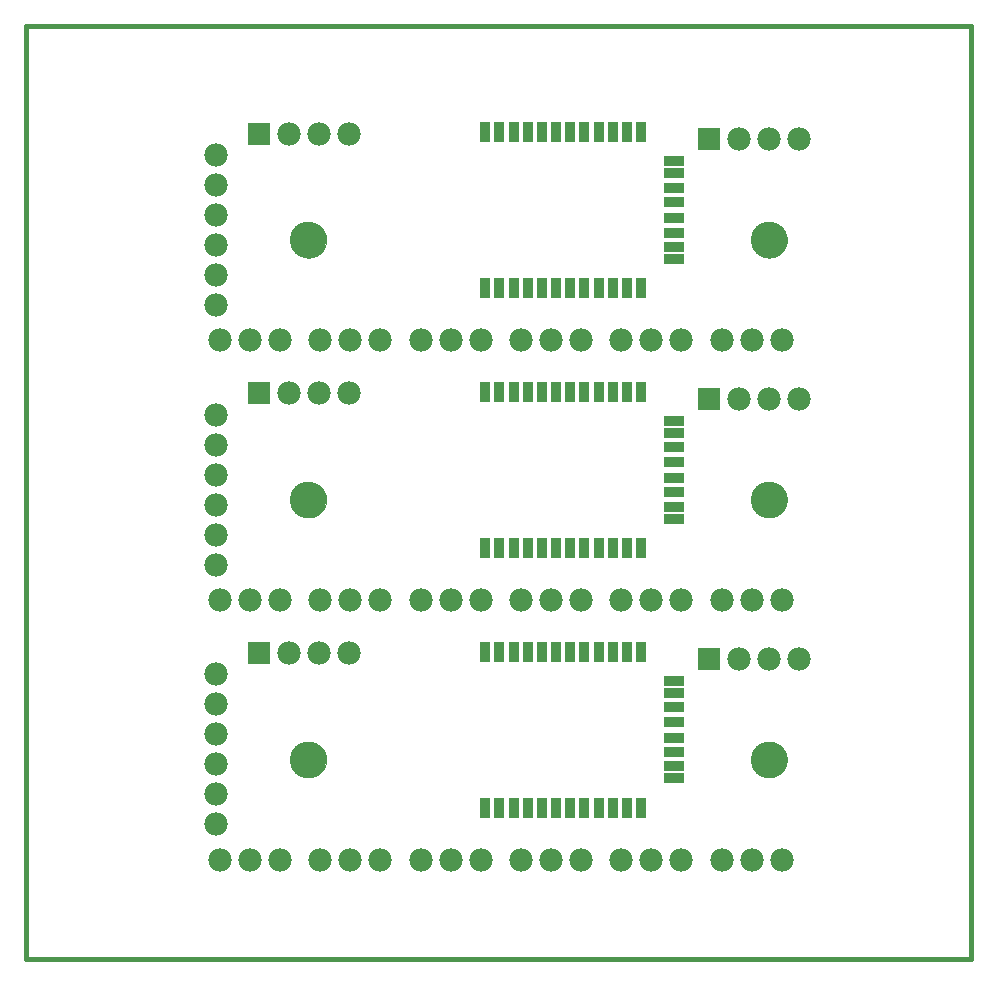
<source format=gbs>
G75*
%MOIN*%
%OFA0B0*%
%FSLAX25Y25*%
%IPPOS*%
%LPD*%
%AMOC8*
5,1,8,0,0,1.08239X$1,22.5*
%
%ADD10C,0.01600*%
%ADD11R,0.03550X0.06699*%
%ADD12R,0.06699X0.03550*%
%ADD13C,0.00000*%
%ADD14C,0.12211*%
%ADD15C,0.07800*%
%ADD16R,0.07800X0.07800*%
D10*
X0017567Y0009299D02*
X0332528Y0009299D01*
X0332528Y0320323D01*
X0017567Y0320323D01*
X0017567Y0009299D01*
D11*
X0170598Y0059772D03*
X0175323Y0059772D03*
X0180047Y0059772D03*
X0184772Y0059772D03*
X0189496Y0059772D03*
X0194220Y0059772D03*
X0198945Y0059772D03*
X0203669Y0059772D03*
X0208394Y0059772D03*
X0213118Y0059772D03*
X0217843Y0059772D03*
X0222567Y0059772D03*
X0222567Y0111740D03*
X0217843Y0111740D03*
X0213118Y0111740D03*
X0208394Y0111740D03*
X0203669Y0111740D03*
X0198945Y0111740D03*
X0194220Y0111740D03*
X0189496Y0111740D03*
X0184772Y0111740D03*
X0180047Y0111740D03*
X0175323Y0111740D03*
X0170598Y0111740D03*
X0170598Y0146386D03*
X0175323Y0146386D03*
X0180047Y0146386D03*
X0184772Y0146386D03*
X0189496Y0146386D03*
X0194220Y0146386D03*
X0198945Y0146386D03*
X0203669Y0146386D03*
X0208394Y0146386D03*
X0213118Y0146386D03*
X0217843Y0146386D03*
X0222567Y0146386D03*
X0222567Y0198354D03*
X0217843Y0198354D03*
X0213118Y0198354D03*
X0208394Y0198354D03*
X0203669Y0198354D03*
X0198945Y0198354D03*
X0194220Y0198354D03*
X0189496Y0198354D03*
X0184772Y0198354D03*
X0180047Y0198354D03*
X0175323Y0198354D03*
X0170598Y0198354D03*
X0170598Y0233000D03*
X0175323Y0233000D03*
X0180047Y0233000D03*
X0184772Y0233000D03*
X0189496Y0233000D03*
X0194220Y0233000D03*
X0198945Y0233000D03*
X0203669Y0233000D03*
X0208394Y0233000D03*
X0213118Y0233000D03*
X0217843Y0233000D03*
X0222567Y0233000D03*
X0222567Y0284969D03*
X0217843Y0284969D03*
X0213118Y0284969D03*
X0208394Y0284969D03*
X0203669Y0284969D03*
X0198945Y0284969D03*
X0194220Y0284969D03*
X0189496Y0284969D03*
X0184772Y0284969D03*
X0180047Y0284969D03*
X0175323Y0284969D03*
X0170598Y0284969D03*
D12*
X0233591Y0275213D03*
X0233591Y0271189D03*
X0233591Y0266465D03*
X0233591Y0261740D03*
X0233591Y0256228D03*
X0233591Y0251504D03*
X0233591Y0246780D03*
X0233591Y0242755D03*
X0233591Y0188599D03*
X0233591Y0184575D03*
X0233591Y0179850D03*
X0233591Y0175126D03*
X0233591Y0169614D03*
X0233591Y0164890D03*
X0233591Y0160165D03*
X0233591Y0156141D03*
X0233591Y0101985D03*
X0233591Y0097961D03*
X0233591Y0093236D03*
X0233591Y0088512D03*
X0233591Y0083000D03*
X0233591Y0078276D03*
X0233591Y0073551D03*
X0233591Y0069527D03*
D13*
X0259299Y0075835D02*
X0259301Y0075988D01*
X0259307Y0076142D01*
X0259317Y0076295D01*
X0259331Y0076447D01*
X0259349Y0076600D01*
X0259371Y0076751D01*
X0259396Y0076902D01*
X0259426Y0077053D01*
X0259460Y0077203D01*
X0259497Y0077351D01*
X0259538Y0077499D01*
X0259583Y0077645D01*
X0259632Y0077791D01*
X0259685Y0077935D01*
X0259741Y0078077D01*
X0259801Y0078218D01*
X0259865Y0078358D01*
X0259932Y0078496D01*
X0260003Y0078632D01*
X0260078Y0078766D01*
X0260155Y0078898D01*
X0260237Y0079028D01*
X0260321Y0079156D01*
X0260409Y0079282D01*
X0260500Y0079405D01*
X0260594Y0079526D01*
X0260692Y0079644D01*
X0260792Y0079760D01*
X0260896Y0079873D01*
X0261002Y0079984D01*
X0261111Y0080092D01*
X0261223Y0080197D01*
X0261337Y0080298D01*
X0261455Y0080397D01*
X0261574Y0080493D01*
X0261696Y0080586D01*
X0261821Y0080675D01*
X0261948Y0080762D01*
X0262077Y0080844D01*
X0262208Y0080924D01*
X0262341Y0081000D01*
X0262476Y0081073D01*
X0262613Y0081142D01*
X0262752Y0081207D01*
X0262892Y0081269D01*
X0263034Y0081327D01*
X0263177Y0081382D01*
X0263322Y0081433D01*
X0263468Y0081480D01*
X0263615Y0081523D01*
X0263763Y0081562D01*
X0263912Y0081598D01*
X0264062Y0081629D01*
X0264213Y0081657D01*
X0264364Y0081681D01*
X0264517Y0081701D01*
X0264669Y0081717D01*
X0264822Y0081729D01*
X0264975Y0081737D01*
X0265128Y0081741D01*
X0265282Y0081741D01*
X0265435Y0081737D01*
X0265588Y0081729D01*
X0265741Y0081717D01*
X0265893Y0081701D01*
X0266046Y0081681D01*
X0266197Y0081657D01*
X0266348Y0081629D01*
X0266498Y0081598D01*
X0266647Y0081562D01*
X0266795Y0081523D01*
X0266942Y0081480D01*
X0267088Y0081433D01*
X0267233Y0081382D01*
X0267376Y0081327D01*
X0267518Y0081269D01*
X0267658Y0081207D01*
X0267797Y0081142D01*
X0267934Y0081073D01*
X0268069Y0081000D01*
X0268202Y0080924D01*
X0268333Y0080844D01*
X0268462Y0080762D01*
X0268589Y0080675D01*
X0268714Y0080586D01*
X0268836Y0080493D01*
X0268955Y0080397D01*
X0269073Y0080298D01*
X0269187Y0080197D01*
X0269299Y0080092D01*
X0269408Y0079984D01*
X0269514Y0079873D01*
X0269618Y0079760D01*
X0269718Y0079644D01*
X0269816Y0079526D01*
X0269910Y0079405D01*
X0270001Y0079282D01*
X0270089Y0079156D01*
X0270173Y0079028D01*
X0270255Y0078898D01*
X0270332Y0078766D01*
X0270407Y0078632D01*
X0270478Y0078496D01*
X0270545Y0078358D01*
X0270609Y0078218D01*
X0270669Y0078077D01*
X0270725Y0077935D01*
X0270778Y0077791D01*
X0270827Y0077645D01*
X0270872Y0077499D01*
X0270913Y0077351D01*
X0270950Y0077203D01*
X0270984Y0077053D01*
X0271014Y0076902D01*
X0271039Y0076751D01*
X0271061Y0076600D01*
X0271079Y0076447D01*
X0271093Y0076295D01*
X0271103Y0076142D01*
X0271109Y0075988D01*
X0271111Y0075835D01*
X0271109Y0075682D01*
X0271103Y0075528D01*
X0271093Y0075375D01*
X0271079Y0075223D01*
X0271061Y0075070D01*
X0271039Y0074919D01*
X0271014Y0074768D01*
X0270984Y0074617D01*
X0270950Y0074467D01*
X0270913Y0074319D01*
X0270872Y0074171D01*
X0270827Y0074025D01*
X0270778Y0073879D01*
X0270725Y0073735D01*
X0270669Y0073593D01*
X0270609Y0073452D01*
X0270545Y0073312D01*
X0270478Y0073174D01*
X0270407Y0073038D01*
X0270332Y0072904D01*
X0270255Y0072772D01*
X0270173Y0072642D01*
X0270089Y0072514D01*
X0270001Y0072388D01*
X0269910Y0072265D01*
X0269816Y0072144D01*
X0269718Y0072026D01*
X0269618Y0071910D01*
X0269514Y0071797D01*
X0269408Y0071686D01*
X0269299Y0071578D01*
X0269187Y0071473D01*
X0269073Y0071372D01*
X0268955Y0071273D01*
X0268836Y0071177D01*
X0268714Y0071084D01*
X0268589Y0070995D01*
X0268462Y0070908D01*
X0268333Y0070826D01*
X0268202Y0070746D01*
X0268069Y0070670D01*
X0267934Y0070597D01*
X0267797Y0070528D01*
X0267658Y0070463D01*
X0267518Y0070401D01*
X0267376Y0070343D01*
X0267233Y0070288D01*
X0267088Y0070237D01*
X0266942Y0070190D01*
X0266795Y0070147D01*
X0266647Y0070108D01*
X0266498Y0070072D01*
X0266348Y0070041D01*
X0266197Y0070013D01*
X0266046Y0069989D01*
X0265893Y0069969D01*
X0265741Y0069953D01*
X0265588Y0069941D01*
X0265435Y0069933D01*
X0265282Y0069929D01*
X0265128Y0069929D01*
X0264975Y0069933D01*
X0264822Y0069941D01*
X0264669Y0069953D01*
X0264517Y0069969D01*
X0264364Y0069989D01*
X0264213Y0070013D01*
X0264062Y0070041D01*
X0263912Y0070072D01*
X0263763Y0070108D01*
X0263615Y0070147D01*
X0263468Y0070190D01*
X0263322Y0070237D01*
X0263177Y0070288D01*
X0263034Y0070343D01*
X0262892Y0070401D01*
X0262752Y0070463D01*
X0262613Y0070528D01*
X0262476Y0070597D01*
X0262341Y0070670D01*
X0262208Y0070746D01*
X0262077Y0070826D01*
X0261948Y0070908D01*
X0261821Y0070995D01*
X0261696Y0071084D01*
X0261574Y0071177D01*
X0261455Y0071273D01*
X0261337Y0071372D01*
X0261223Y0071473D01*
X0261111Y0071578D01*
X0261002Y0071686D01*
X0260896Y0071797D01*
X0260792Y0071910D01*
X0260692Y0072026D01*
X0260594Y0072144D01*
X0260500Y0072265D01*
X0260409Y0072388D01*
X0260321Y0072514D01*
X0260237Y0072642D01*
X0260155Y0072772D01*
X0260078Y0072904D01*
X0260003Y0073038D01*
X0259932Y0073174D01*
X0259865Y0073312D01*
X0259801Y0073452D01*
X0259741Y0073593D01*
X0259685Y0073735D01*
X0259632Y0073879D01*
X0259583Y0074025D01*
X0259538Y0074171D01*
X0259497Y0074319D01*
X0259460Y0074467D01*
X0259426Y0074617D01*
X0259396Y0074768D01*
X0259371Y0074919D01*
X0259349Y0075070D01*
X0259331Y0075223D01*
X0259317Y0075375D01*
X0259307Y0075528D01*
X0259301Y0075682D01*
X0259299Y0075835D01*
X0259299Y0162449D02*
X0259301Y0162602D01*
X0259307Y0162756D01*
X0259317Y0162909D01*
X0259331Y0163061D01*
X0259349Y0163214D01*
X0259371Y0163365D01*
X0259396Y0163516D01*
X0259426Y0163667D01*
X0259460Y0163817D01*
X0259497Y0163965D01*
X0259538Y0164113D01*
X0259583Y0164259D01*
X0259632Y0164405D01*
X0259685Y0164549D01*
X0259741Y0164691D01*
X0259801Y0164832D01*
X0259865Y0164972D01*
X0259932Y0165110D01*
X0260003Y0165246D01*
X0260078Y0165380D01*
X0260155Y0165512D01*
X0260237Y0165642D01*
X0260321Y0165770D01*
X0260409Y0165896D01*
X0260500Y0166019D01*
X0260594Y0166140D01*
X0260692Y0166258D01*
X0260792Y0166374D01*
X0260896Y0166487D01*
X0261002Y0166598D01*
X0261111Y0166706D01*
X0261223Y0166811D01*
X0261337Y0166912D01*
X0261455Y0167011D01*
X0261574Y0167107D01*
X0261696Y0167200D01*
X0261821Y0167289D01*
X0261948Y0167376D01*
X0262077Y0167458D01*
X0262208Y0167538D01*
X0262341Y0167614D01*
X0262476Y0167687D01*
X0262613Y0167756D01*
X0262752Y0167821D01*
X0262892Y0167883D01*
X0263034Y0167941D01*
X0263177Y0167996D01*
X0263322Y0168047D01*
X0263468Y0168094D01*
X0263615Y0168137D01*
X0263763Y0168176D01*
X0263912Y0168212D01*
X0264062Y0168243D01*
X0264213Y0168271D01*
X0264364Y0168295D01*
X0264517Y0168315D01*
X0264669Y0168331D01*
X0264822Y0168343D01*
X0264975Y0168351D01*
X0265128Y0168355D01*
X0265282Y0168355D01*
X0265435Y0168351D01*
X0265588Y0168343D01*
X0265741Y0168331D01*
X0265893Y0168315D01*
X0266046Y0168295D01*
X0266197Y0168271D01*
X0266348Y0168243D01*
X0266498Y0168212D01*
X0266647Y0168176D01*
X0266795Y0168137D01*
X0266942Y0168094D01*
X0267088Y0168047D01*
X0267233Y0167996D01*
X0267376Y0167941D01*
X0267518Y0167883D01*
X0267658Y0167821D01*
X0267797Y0167756D01*
X0267934Y0167687D01*
X0268069Y0167614D01*
X0268202Y0167538D01*
X0268333Y0167458D01*
X0268462Y0167376D01*
X0268589Y0167289D01*
X0268714Y0167200D01*
X0268836Y0167107D01*
X0268955Y0167011D01*
X0269073Y0166912D01*
X0269187Y0166811D01*
X0269299Y0166706D01*
X0269408Y0166598D01*
X0269514Y0166487D01*
X0269618Y0166374D01*
X0269718Y0166258D01*
X0269816Y0166140D01*
X0269910Y0166019D01*
X0270001Y0165896D01*
X0270089Y0165770D01*
X0270173Y0165642D01*
X0270255Y0165512D01*
X0270332Y0165380D01*
X0270407Y0165246D01*
X0270478Y0165110D01*
X0270545Y0164972D01*
X0270609Y0164832D01*
X0270669Y0164691D01*
X0270725Y0164549D01*
X0270778Y0164405D01*
X0270827Y0164259D01*
X0270872Y0164113D01*
X0270913Y0163965D01*
X0270950Y0163817D01*
X0270984Y0163667D01*
X0271014Y0163516D01*
X0271039Y0163365D01*
X0271061Y0163214D01*
X0271079Y0163061D01*
X0271093Y0162909D01*
X0271103Y0162756D01*
X0271109Y0162602D01*
X0271111Y0162449D01*
X0271109Y0162296D01*
X0271103Y0162142D01*
X0271093Y0161989D01*
X0271079Y0161837D01*
X0271061Y0161684D01*
X0271039Y0161533D01*
X0271014Y0161382D01*
X0270984Y0161231D01*
X0270950Y0161081D01*
X0270913Y0160933D01*
X0270872Y0160785D01*
X0270827Y0160639D01*
X0270778Y0160493D01*
X0270725Y0160349D01*
X0270669Y0160207D01*
X0270609Y0160066D01*
X0270545Y0159926D01*
X0270478Y0159788D01*
X0270407Y0159652D01*
X0270332Y0159518D01*
X0270255Y0159386D01*
X0270173Y0159256D01*
X0270089Y0159128D01*
X0270001Y0159002D01*
X0269910Y0158879D01*
X0269816Y0158758D01*
X0269718Y0158640D01*
X0269618Y0158524D01*
X0269514Y0158411D01*
X0269408Y0158300D01*
X0269299Y0158192D01*
X0269187Y0158087D01*
X0269073Y0157986D01*
X0268955Y0157887D01*
X0268836Y0157791D01*
X0268714Y0157698D01*
X0268589Y0157609D01*
X0268462Y0157522D01*
X0268333Y0157440D01*
X0268202Y0157360D01*
X0268069Y0157284D01*
X0267934Y0157211D01*
X0267797Y0157142D01*
X0267658Y0157077D01*
X0267518Y0157015D01*
X0267376Y0156957D01*
X0267233Y0156902D01*
X0267088Y0156851D01*
X0266942Y0156804D01*
X0266795Y0156761D01*
X0266647Y0156722D01*
X0266498Y0156686D01*
X0266348Y0156655D01*
X0266197Y0156627D01*
X0266046Y0156603D01*
X0265893Y0156583D01*
X0265741Y0156567D01*
X0265588Y0156555D01*
X0265435Y0156547D01*
X0265282Y0156543D01*
X0265128Y0156543D01*
X0264975Y0156547D01*
X0264822Y0156555D01*
X0264669Y0156567D01*
X0264517Y0156583D01*
X0264364Y0156603D01*
X0264213Y0156627D01*
X0264062Y0156655D01*
X0263912Y0156686D01*
X0263763Y0156722D01*
X0263615Y0156761D01*
X0263468Y0156804D01*
X0263322Y0156851D01*
X0263177Y0156902D01*
X0263034Y0156957D01*
X0262892Y0157015D01*
X0262752Y0157077D01*
X0262613Y0157142D01*
X0262476Y0157211D01*
X0262341Y0157284D01*
X0262208Y0157360D01*
X0262077Y0157440D01*
X0261948Y0157522D01*
X0261821Y0157609D01*
X0261696Y0157698D01*
X0261574Y0157791D01*
X0261455Y0157887D01*
X0261337Y0157986D01*
X0261223Y0158087D01*
X0261111Y0158192D01*
X0261002Y0158300D01*
X0260896Y0158411D01*
X0260792Y0158524D01*
X0260692Y0158640D01*
X0260594Y0158758D01*
X0260500Y0158879D01*
X0260409Y0159002D01*
X0260321Y0159128D01*
X0260237Y0159256D01*
X0260155Y0159386D01*
X0260078Y0159518D01*
X0260003Y0159652D01*
X0259932Y0159788D01*
X0259865Y0159926D01*
X0259801Y0160066D01*
X0259741Y0160207D01*
X0259685Y0160349D01*
X0259632Y0160493D01*
X0259583Y0160639D01*
X0259538Y0160785D01*
X0259497Y0160933D01*
X0259460Y0161081D01*
X0259426Y0161231D01*
X0259396Y0161382D01*
X0259371Y0161533D01*
X0259349Y0161684D01*
X0259331Y0161837D01*
X0259317Y0161989D01*
X0259307Y0162142D01*
X0259301Y0162296D01*
X0259299Y0162449D01*
X0259299Y0249063D02*
X0259301Y0249216D01*
X0259307Y0249370D01*
X0259317Y0249523D01*
X0259331Y0249675D01*
X0259349Y0249828D01*
X0259371Y0249979D01*
X0259396Y0250130D01*
X0259426Y0250281D01*
X0259460Y0250431D01*
X0259497Y0250579D01*
X0259538Y0250727D01*
X0259583Y0250873D01*
X0259632Y0251019D01*
X0259685Y0251163D01*
X0259741Y0251305D01*
X0259801Y0251446D01*
X0259865Y0251586D01*
X0259932Y0251724D01*
X0260003Y0251860D01*
X0260078Y0251994D01*
X0260155Y0252126D01*
X0260237Y0252256D01*
X0260321Y0252384D01*
X0260409Y0252510D01*
X0260500Y0252633D01*
X0260594Y0252754D01*
X0260692Y0252872D01*
X0260792Y0252988D01*
X0260896Y0253101D01*
X0261002Y0253212D01*
X0261111Y0253320D01*
X0261223Y0253425D01*
X0261337Y0253526D01*
X0261455Y0253625D01*
X0261574Y0253721D01*
X0261696Y0253814D01*
X0261821Y0253903D01*
X0261948Y0253990D01*
X0262077Y0254072D01*
X0262208Y0254152D01*
X0262341Y0254228D01*
X0262476Y0254301D01*
X0262613Y0254370D01*
X0262752Y0254435D01*
X0262892Y0254497D01*
X0263034Y0254555D01*
X0263177Y0254610D01*
X0263322Y0254661D01*
X0263468Y0254708D01*
X0263615Y0254751D01*
X0263763Y0254790D01*
X0263912Y0254826D01*
X0264062Y0254857D01*
X0264213Y0254885D01*
X0264364Y0254909D01*
X0264517Y0254929D01*
X0264669Y0254945D01*
X0264822Y0254957D01*
X0264975Y0254965D01*
X0265128Y0254969D01*
X0265282Y0254969D01*
X0265435Y0254965D01*
X0265588Y0254957D01*
X0265741Y0254945D01*
X0265893Y0254929D01*
X0266046Y0254909D01*
X0266197Y0254885D01*
X0266348Y0254857D01*
X0266498Y0254826D01*
X0266647Y0254790D01*
X0266795Y0254751D01*
X0266942Y0254708D01*
X0267088Y0254661D01*
X0267233Y0254610D01*
X0267376Y0254555D01*
X0267518Y0254497D01*
X0267658Y0254435D01*
X0267797Y0254370D01*
X0267934Y0254301D01*
X0268069Y0254228D01*
X0268202Y0254152D01*
X0268333Y0254072D01*
X0268462Y0253990D01*
X0268589Y0253903D01*
X0268714Y0253814D01*
X0268836Y0253721D01*
X0268955Y0253625D01*
X0269073Y0253526D01*
X0269187Y0253425D01*
X0269299Y0253320D01*
X0269408Y0253212D01*
X0269514Y0253101D01*
X0269618Y0252988D01*
X0269718Y0252872D01*
X0269816Y0252754D01*
X0269910Y0252633D01*
X0270001Y0252510D01*
X0270089Y0252384D01*
X0270173Y0252256D01*
X0270255Y0252126D01*
X0270332Y0251994D01*
X0270407Y0251860D01*
X0270478Y0251724D01*
X0270545Y0251586D01*
X0270609Y0251446D01*
X0270669Y0251305D01*
X0270725Y0251163D01*
X0270778Y0251019D01*
X0270827Y0250873D01*
X0270872Y0250727D01*
X0270913Y0250579D01*
X0270950Y0250431D01*
X0270984Y0250281D01*
X0271014Y0250130D01*
X0271039Y0249979D01*
X0271061Y0249828D01*
X0271079Y0249675D01*
X0271093Y0249523D01*
X0271103Y0249370D01*
X0271109Y0249216D01*
X0271111Y0249063D01*
X0271109Y0248910D01*
X0271103Y0248756D01*
X0271093Y0248603D01*
X0271079Y0248451D01*
X0271061Y0248298D01*
X0271039Y0248147D01*
X0271014Y0247996D01*
X0270984Y0247845D01*
X0270950Y0247695D01*
X0270913Y0247547D01*
X0270872Y0247399D01*
X0270827Y0247253D01*
X0270778Y0247107D01*
X0270725Y0246963D01*
X0270669Y0246821D01*
X0270609Y0246680D01*
X0270545Y0246540D01*
X0270478Y0246402D01*
X0270407Y0246266D01*
X0270332Y0246132D01*
X0270255Y0246000D01*
X0270173Y0245870D01*
X0270089Y0245742D01*
X0270001Y0245616D01*
X0269910Y0245493D01*
X0269816Y0245372D01*
X0269718Y0245254D01*
X0269618Y0245138D01*
X0269514Y0245025D01*
X0269408Y0244914D01*
X0269299Y0244806D01*
X0269187Y0244701D01*
X0269073Y0244600D01*
X0268955Y0244501D01*
X0268836Y0244405D01*
X0268714Y0244312D01*
X0268589Y0244223D01*
X0268462Y0244136D01*
X0268333Y0244054D01*
X0268202Y0243974D01*
X0268069Y0243898D01*
X0267934Y0243825D01*
X0267797Y0243756D01*
X0267658Y0243691D01*
X0267518Y0243629D01*
X0267376Y0243571D01*
X0267233Y0243516D01*
X0267088Y0243465D01*
X0266942Y0243418D01*
X0266795Y0243375D01*
X0266647Y0243336D01*
X0266498Y0243300D01*
X0266348Y0243269D01*
X0266197Y0243241D01*
X0266046Y0243217D01*
X0265893Y0243197D01*
X0265741Y0243181D01*
X0265588Y0243169D01*
X0265435Y0243161D01*
X0265282Y0243157D01*
X0265128Y0243157D01*
X0264975Y0243161D01*
X0264822Y0243169D01*
X0264669Y0243181D01*
X0264517Y0243197D01*
X0264364Y0243217D01*
X0264213Y0243241D01*
X0264062Y0243269D01*
X0263912Y0243300D01*
X0263763Y0243336D01*
X0263615Y0243375D01*
X0263468Y0243418D01*
X0263322Y0243465D01*
X0263177Y0243516D01*
X0263034Y0243571D01*
X0262892Y0243629D01*
X0262752Y0243691D01*
X0262613Y0243756D01*
X0262476Y0243825D01*
X0262341Y0243898D01*
X0262208Y0243974D01*
X0262077Y0244054D01*
X0261948Y0244136D01*
X0261821Y0244223D01*
X0261696Y0244312D01*
X0261574Y0244405D01*
X0261455Y0244501D01*
X0261337Y0244600D01*
X0261223Y0244701D01*
X0261111Y0244806D01*
X0261002Y0244914D01*
X0260896Y0245025D01*
X0260792Y0245138D01*
X0260692Y0245254D01*
X0260594Y0245372D01*
X0260500Y0245493D01*
X0260409Y0245616D01*
X0260321Y0245742D01*
X0260237Y0245870D01*
X0260155Y0246000D01*
X0260078Y0246132D01*
X0260003Y0246266D01*
X0259932Y0246402D01*
X0259865Y0246540D01*
X0259801Y0246680D01*
X0259741Y0246821D01*
X0259685Y0246963D01*
X0259632Y0247107D01*
X0259583Y0247253D01*
X0259538Y0247399D01*
X0259497Y0247547D01*
X0259460Y0247695D01*
X0259426Y0247845D01*
X0259396Y0247996D01*
X0259371Y0248147D01*
X0259349Y0248298D01*
X0259331Y0248451D01*
X0259317Y0248603D01*
X0259307Y0248756D01*
X0259301Y0248910D01*
X0259299Y0249063D01*
X0105755Y0249063D02*
X0105757Y0249216D01*
X0105763Y0249370D01*
X0105773Y0249523D01*
X0105787Y0249675D01*
X0105805Y0249828D01*
X0105827Y0249979D01*
X0105852Y0250130D01*
X0105882Y0250281D01*
X0105916Y0250431D01*
X0105953Y0250579D01*
X0105994Y0250727D01*
X0106039Y0250873D01*
X0106088Y0251019D01*
X0106141Y0251163D01*
X0106197Y0251305D01*
X0106257Y0251446D01*
X0106321Y0251586D01*
X0106388Y0251724D01*
X0106459Y0251860D01*
X0106534Y0251994D01*
X0106611Y0252126D01*
X0106693Y0252256D01*
X0106777Y0252384D01*
X0106865Y0252510D01*
X0106956Y0252633D01*
X0107050Y0252754D01*
X0107148Y0252872D01*
X0107248Y0252988D01*
X0107352Y0253101D01*
X0107458Y0253212D01*
X0107567Y0253320D01*
X0107679Y0253425D01*
X0107793Y0253526D01*
X0107911Y0253625D01*
X0108030Y0253721D01*
X0108152Y0253814D01*
X0108277Y0253903D01*
X0108404Y0253990D01*
X0108533Y0254072D01*
X0108664Y0254152D01*
X0108797Y0254228D01*
X0108932Y0254301D01*
X0109069Y0254370D01*
X0109208Y0254435D01*
X0109348Y0254497D01*
X0109490Y0254555D01*
X0109633Y0254610D01*
X0109778Y0254661D01*
X0109924Y0254708D01*
X0110071Y0254751D01*
X0110219Y0254790D01*
X0110368Y0254826D01*
X0110518Y0254857D01*
X0110669Y0254885D01*
X0110820Y0254909D01*
X0110973Y0254929D01*
X0111125Y0254945D01*
X0111278Y0254957D01*
X0111431Y0254965D01*
X0111584Y0254969D01*
X0111738Y0254969D01*
X0111891Y0254965D01*
X0112044Y0254957D01*
X0112197Y0254945D01*
X0112349Y0254929D01*
X0112502Y0254909D01*
X0112653Y0254885D01*
X0112804Y0254857D01*
X0112954Y0254826D01*
X0113103Y0254790D01*
X0113251Y0254751D01*
X0113398Y0254708D01*
X0113544Y0254661D01*
X0113689Y0254610D01*
X0113832Y0254555D01*
X0113974Y0254497D01*
X0114114Y0254435D01*
X0114253Y0254370D01*
X0114390Y0254301D01*
X0114525Y0254228D01*
X0114658Y0254152D01*
X0114789Y0254072D01*
X0114918Y0253990D01*
X0115045Y0253903D01*
X0115170Y0253814D01*
X0115292Y0253721D01*
X0115411Y0253625D01*
X0115529Y0253526D01*
X0115643Y0253425D01*
X0115755Y0253320D01*
X0115864Y0253212D01*
X0115970Y0253101D01*
X0116074Y0252988D01*
X0116174Y0252872D01*
X0116272Y0252754D01*
X0116366Y0252633D01*
X0116457Y0252510D01*
X0116545Y0252384D01*
X0116629Y0252256D01*
X0116711Y0252126D01*
X0116788Y0251994D01*
X0116863Y0251860D01*
X0116934Y0251724D01*
X0117001Y0251586D01*
X0117065Y0251446D01*
X0117125Y0251305D01*
X0117181Y0251163D01*
X0117234Y0251019D01*
X0117283Y0250873D01*
X0117328Y0250727D01*
X0117369Y0250579D01*
X0117406Y0250431D01*
X0117440Y0250281D01*
X0117470Y0250130D01*
X0117495Y0249979D01*
X0117517Y0249828D01*
X0117535Y0249675D01*
X0117549Y0249523D01*
X0117559Y0249370D01*
X0117565Y0249216D01*
X0117567Y0249063D01*
X0117565Y0248910D01*
X0117559Y0248756D01*
X0117549Y0248603D01*
X0117535Y0248451D01*
X0117517Y0248298D01*
X0117495Y0248147D01*
X0117470Y0247996D01*
X0117440Y0247845D01*
X0117406Y0247695D01*
X0117369Y0247547D01*
X0117328Y0247399D01*
X0117283Y0247253D01*
X0117234Y0247107D01*
X0117181Y0246963D01*
X0117125Y0246821D01*
X0117065Y0246680D01*
X0117001Y0246540D01*
X0116934Y0246402D01*
X0116863Y0246266D01*
X0116788Y0246132D01*
X0116711Y0246000D01*
X0116629Y0245870D01*
X0116545Y0245742D01*
X0116457Y0245616D01*
X0116366Y0245493D01*
X0116272Y0245372D01*
X0116174Y0245254D01*
X0116074Y0245138D01*
X0115970Y0245025D01*
X0115864Y0244914D01*
X0115755Y0244806D01*
X0115643Y0244701D01*
X0115529Y0244600D01*
X0115411Y0244501D01*
X0115292Y0244405D01*
X0115170Y0244312D01*
X0115045Y0244223D01*
X0114918Y0244136D01*
X0114789Y0244054D01*
X0114658Y0243974D01*
X0114525Y0243898D01*
X0114390Y0243825D01*
X0114253Y0243756D01*
X0114114Y0243691D01*
X0113974Y0243629D01*
X0113832Y0243571D01*
X0113689Y0243516D01*
X0113544Y0243465D01*
X0113398Y0243418D01*
X0113251Y0243375D01*
X0113103Y0243336D01*
X0112954Y0243300D01*
X0112804Y0243269D01*
X0112653Y0243241D01*
X0112502Y0243217D01*
X0112349Y0243197D01*
X0112197Y0243181D01*
X0112044Y0243169D01*
X0111891Y0243161D01*
X0111738Y0243157D01*
X0111584Y0243157D01*
X0111431Y0243161D01*
X0111278Y0243169D01*
X0111125Y0243181D01*
X0110973Y0243197D01*
X0110820Y0243217D01*
X0110669Y0243241D01*
X0110518Y0243269D01*
X0110368Y0243300D01*
X0110219Y0243336D01*
X0110071Y0243375D01*
X0109924Y0243418D01*
X0109778Y0243465D01*
X0109633Y0243516D01*
X0109490Y0243571D01*
X0109348Y0243629D01*
X0109208Y0243691D01*
X0109069Y0243756D01*
X0108932Y0243825D01*
X0108797Y0243898D01*
X0108664Y0243974D01*
X0108533Y0244054D01*
X0108404Y0244136D01*
X0108277Y0244223D01*
X0108152Y0244312D01*
X0108030Y0244405D01*
X0107911Y0244501D01*
X0107793Y0244600D01*
X0107679Y0244701D01*
X0107567Y0244806D01*
X0107458Y0244914D01*
X0107352Y0245025D01*
X0107248Y0245138D01*
X0107148Y0245254D01*
X0107050Y0245372D01*
X0106956Y0245493D01*
X0106865Y0245616D01*
X0106777Y0245742D01*
X0106693Y0245870D01*
X0106611Y0246000D01*
X0106534Y0246132D01*
X0106459Y0246266D01*
X0106388Y0246402D01*
X0106321Y0246540D01*
X0106257Y0246680D01*
X0106197Y0246821D01*
X0106141Y0246963D01*
X0106088Y0247107D01*
X0106039Y0247253D01*
X0105994Y0247399D01*
X0105953Y0247547D01*
X0105916Y0247695D01*
X0105882Y0247845D01*
X0105852Y0247996D01*
X0105827Y0248147D01*
X0105805Y0248298D01*
X0105787Y0248451D01*
X0105773Y0248603D01*
X0105763Y0248756D01*
X0105757Y0248910D01*
X0105755Y0249063D01*
X0105755Y0162449D02*
X0105757Y0162602D01*
X0105763Y0162756D01*
X0105773Y0162909D01*
X0105787Y0163061D01*
X0105805Y0163214D01*
X0105827Y0163365D01*
X0105852Y0163516D01*
X0105882Y0163667D01*
X0105916Y0163817D01*
X0105953Y0163965D01*
X0105994Y0164113D01*
X0106039Y0164259D01*
X0106088Y0164405D01*
X0106141Y0164549D01*
X0106197Y0164691D01*
X0106257Y0164832D01*
X0106321Y0164972D01*
X0106388Y0165110D01*
X0106459Y0165246D01*
X0106534Y0165380D01*
X0106611Y0165512D01*
X0106693Y0165642D01*
X0106777Y0165770D01*
X0106865Y0165896D01*
X0106956Y0166019D01*
X0107050Y0166140D01*
X0107148Y0166258D01*
X0107248Y0166374D01*
X0107352Y0166487D01*
X0107458Y0166598D01*
X0107567Y0166706D01*
X0107679Y0166811D01*
X0107793Y0166912D01*
X0107911Y0167011D01*
X0108030Y0167107D01*
X0108152Y0167200D01*
X0108277Y0167289D01*
X0108404Y0167376D01*
X0108533Y0167458D01*
X0108664Y0167538D01*
X0108797Y0167614D01*
X0108932Y0167687D01*
X0109069Y0167756D01*
X0109208Y0167821D01*
X0109348Y0167883D01*
X0109490Y0167941D01*
X0109633Y0167996D01*
X0109778Y0168047D01*
X0109924Y0168094D01*
X0110071Y0168137D01*
X0110219Y0168176D01*
X0110368Y0168212D01*
X0110518Y0168243D01*
X0110669Y0168271D01*
X0110820Y0168295D01*
X0110973Y0168315D01*
X0111125Y0168331D01*
X0111278Y0168343D01*
X0111431Y0168351D01*
X0111584Y0168355D01*
X0111738Y0168355D01*
X0111891Y0168351D01*
X0112044Y0168343D01*
X0112197Y0168331D01*
X0112349Y0168315D01*
X0112502Y0168295D01*
X0112653Y0168271D01*
X0112804Y0168243D01*
X0112954Y0168212D01*
X0113103Y0168176D01*
X0113251Y0168137D01*
X0113398Y0168094D01*
X0113544Y0168047D01*
X0113689Y0167996D01*
X0113832Y0167941D01*
X0113974Y0167883D01*
X0114114Y0167821D01*
X0114253Y0167756D01*
X0114390Y0167687D01*
X0114525Y0167614D01*
X0114658Y0167538D01*
X0114789Y0167458D01*
X0114918Y0167376D01*
X0115045Y0167289D01*
X0115170Y0167200D01*
X0115292Y0167107D01*
X0115411Y0167011D01*
X0115529Y0166912D01*
X0115643Y0166811D01*
X0115755Y0166706D01*
X0115864Y0166598D01*
X0115970Y0166487D01*
X0116074Y0166374D01*
X0116174Y0166258D01*
X0116272Y0166140D01*
X0116366Y0166019D01*
X0116457Y0165896D01*
X0116545Y0165770D01*
X0116629Y0165642D01*
X0116711Y0165512D01*
X0116788Y0165380D01*
X0116863Y0165246D01*
X0116934Y0165110D01*
X0117001Y0164972D01*
X0117065Y0164832D01*
X0117125Y0164691D01*
X0117181Y0164549D01*
X0117234Y0164405D01*
X0117283Y0164259D01*
X0117328Y0164113D01*
X0117369Y0163965D01*
X0117406Y0163817D01*
X0117440Y0163667D01*
X0117470Y0163516D01*
X0117495Y0163365D01*
X0117517Y0163214D01*
X0117535Y0163061D01*
X0117549Y0162909D01*
X0117559Y0162756D01*
X0117565Y0162602D01*
X0117567Y0162449D01*
X0117565Y0162296D01*
X0117559Y0162142D01*
X0117549Y0161989D01*
X0117535Y0161837D01*
X0117517Y0161684D01*
X0117495Y0161533D01*
X0117470Y0161382D01*
X0117440Y0161231D01*
X0117406Y0161081D01*
X0117369Y0160933D01*
X0117328Y0160785D01*
X0117283Y0160639D01*
X0117234Y0160493D01*
X0117181Y0160349D01*
X0117125Y0160207D01*
X0117065Y0160066D01*
X0117001Y0159926D01*
X0116934Y0159788D01*
X0116863Y0159652D01*
X0116788Y0159518D01*
X0116711Y0159386D01*
X0116629Y0159256D01*
X0116545Y0159128D01*
X0116457Y0159002D01*
X0116366Y0158879D01*
X0116272Y0158758D01*
X0116174Y0158640D01*
X0116074Y0158524D01*
X0115970Y0158411D01*
X0115864Y0158300D01*
X0115755Y0158192D01*
X0115643Y0158087D01*
X0115529Y0157986D01*
X0115411Y0157887D01*
X0115292Y0157791D01*
X0115170Y0157698D01*
X0115045Y0157609D01*
X0114918Y0157522D01*
X0114789Y0157440D01*
X0114658Y0157360D01*
X0114525Y0157284D01*
X0114390Y0157211D01*
X0114253Y0157142D01*
X0114114Y0157077D01*
X0113974Y0157015D01*
X0113832Y0156957D01*
X0113689Y0156902D01*
X0113544Y0156851D01*
X0113398Y0156804D01*
X0113251Y0156761D01*
X0113103Y0156722D01*
X0112954Y0156686D01*
X0112804Y0156655D01*
X0112653Y0156627D01*
X0112502Y0156603D01*
X0112349Y0156583D01*
X0112197Y0156567D01*
X0112044Y0156555D01*
X0111891Y0156547D01*
X0111738Y0156543D01*
X0111584Y0156543D01*
X0111431Y0156547D01*
X0111278Y0156555D01*
X0111125Y0156567D01*
X0110973Y0156583D01*
X0110820Y0156603D01*
X0110669Y0156627D01*
X0110518Y0156655D01*
X0110368Y0156686D01*
X0110219Y0156722D01*
X0110071Y0156761D01*
X0109924Y0156804D01*
X0109778Y0156851D01*
X0109633Y0156902D01*
X0109490Y0156957D01*
X0109348Y0157015D01*
X0109208Y0157077D01*
X0109069Y0157142D01*
X0108932Y0157211D01*
X0108797Y0157284D01*
X0108664Y0157360D01*
X0108533Y0157440D01*
X0108404Y0157522D01*
X0108277Y0157609D01*
X0108152Y0157698D01*
X0108030Y0157791D01*
X0107911Y0157887D01*
X0107793Y0157986D01*
X0107679Y0158087D01*
X0107567Y0158192D01*
X0107458Y0158300D01*
X0107352Y0158411D01*
X0107248Y0158524D01*
X0107148Y0158640D01*
X0107050Y0158758D01*
X0106956Y0158879D01*
X0106865Y0159002D01*
X0106777Y0159128D01*
X0106693Y0159256D01*
X0106611Y0159386D01*
X0106534Y0159518D01*
X0106459Y0159652D01*
X0106388Y0159788D01*
X0106321Y0159926D01*
X0106257Y0160066D01*
X0106197Y0160207D01*
X0106141Y0160349D01*
X0106088Y0160493D01*
X0106039Y0160639D01*
X0105994Y0160785D01*
X0105953Y0160933D01*
X0105916Y0161081D01*
X0105882Y0161231D01*
X0105852Y0161382D01*
X0105827Y0161533D01*
X0105805Y0161684D01*
X0105787Y0161837D01*
X0105773Y0161989D01*
X0105763Y0162142D01*
X0105757Y0162296D01*
X0105755Y0162449D01*
X0105755Y0075835D02*
X0105757Y0075988D01*
X0105763Y0076142D01*
X0105773Y0076295D01*
X0105787Y0076447D01*
X0105805Y0076600D01*
X0105827Y0076751D01*
X0105852Y0076902D01*
X0105882Y0077053D01*
X0105916Y0077203D01*
X0105953Y0077351D01*
X0105994Y0077499D01*
X0106039Y0077645D01*
X0106088Y0077791D01*
X0106141Y0077935D01*
X0106197Y0078077D01*
X0106257Y0078218D01*
X0106321Y0078358D01*
X0106388Y0078496D01*
X0106459Y0078632D01*
X0106534Y0078766D01*
X0106611Y0078898D01*
X0106693Y0079028D01*
X0106777Y0079156D01*
X0106865Y0079282D01*
X0106956Y0079405D01*
X0107050Y0079526D01*
X0107148Y0079644D01*
X0107248Y0079760D01*
X0107352Y0079873D01*
X0107458Y0079984D01*
X0107567Y0080092D01*
X0107679Y0080197D01*
X0107793Y0080298D01*
X0107911Y0080397D01*
X0108030Y0080493D01*
X0108152Y0080586D01*
X0108277Y0080675D01*
X0108404Y0080762D01*
X0108533Y0080844D01*
X0108664Y0080924D01*
X0108797Y0081000D01*
X0108932Y0081073D01*
X0109069Y0081142D01*
X0109208Y0081207D01*
X0109348Y0081269D01*
X0109490Y0081327D01*
X0109633Y0081382D01*
X0109778Y0081433D01*
X0109924Y0081480D01*
X0110071Y0081523D01*
X0110219Y0081562D01*
X0110368Y0081598D01*
X0110518Y0081629D01*
X0110669Y0081657D01*
X0110820Y0081681D01*
X0110973Y0081701D01*
X0111125Y0081717D01*
X0111278Y0081729D01*
X0111431Y0081737D01*
X0111584Y0081741D01*
X0111738Y0081741D01*
X0111891Y0081737D01*
X0112044Y0081729D01*
X0112197Y0081717D01*
X0112349Y0081701D01*
X0112502Y0081681D01*
X0112653Y0081657D01*
X0112804Y0081629D01*
X0112954Y0081598D01*
X0113103Y0081562D01*
X0113251Y0081523D01*
X0113398Y0081480D01*
X0113544Y0081433D01*
X0113689Y0081382D01*
X0113832Y0081327D01*
X0113974Y0081269D01*
X0114114Y0081207D01*
X0114253Y0081142D01*
X0114390Y0081073D01*
X0114525Y0081000D01*
X0114658Y0080924D01*
X0114789Y0080844D01*
X0114918Y0080762D01*
X0115045Y0080675D01*
X0115170Y0080586D01*
X0115292Y0080493D01*
X0115411Y0080397D01*
X0115529Y0080298D01*
X0115643Y0080197D01*
X0115755Y0080092D01*
X0115864Y0079984D01*
X0115970Y0079873D01*
X0116074Y0079760D01*
X0116174Y0079644D01*
X0116272Y0079526D01*
X0116366Y0079405D01*
X0116457Y0079282D01*
X0116545Y0079156D01*
X0116629Y0079028D01*
X0116711Y0078898D01*
X0116788Y0078766D01*
X0116863Y0078632D01*
X0116934Y0078496D01*
X0117001Y0078358D01*
X0117065Y0078218D01*
X0117125Y0078077D01*
X0117181Y0077935D01*
X0117234Y0077791D01*
X0117283Y0077645D01*
X0117328Y0077499D01*
X0117369Y0077351D01*
X0117406Y0077203D01*
X0117440Y0077053D01*
X0117470Y0076902D01*
X0117495Y0076751D01*
X0117517Y0076600D01*
X0117535Y0076447D01*
X0117549Y0076295D01*
X0117559Y0076142D01*
X0117565Y0075988D01*
X0117567Y0075835D01*
X0117565Y0075682D01*
X0117559Y0075528D01*
X0117549Y0075375D01*
X0117535Y0075223D01*
X0117517Y0075070D01*
X0117495Y0074919D01*
X0117470Y0074768D01*
X0117440Y0074617D01*
X0117406Y0074467D01*
X0117369Y0074319D01*
X0117328Y0074171D01*
X0117283Y0074025D01*
X0117234Y0073879D01*
X0117181Y0073735D01*
X0117125Y0073593D01*
X0117065Y0073452D01*
X0117001Y0073312D01*
X0116934Y0073174D01*
X0116863Y0073038D01*
X0116788Y0072904D01*
X0116711Y0072772D01*
X0116629Y0072642D01*
X0116545Y0072514D01*
X0116457Y0072388D01*
X0116366Y0072265D01*
X0116272Y0072144D01*
X0116174Y0072026D01*
X0116074Y0071910D01*
X0115970Y0071797D01*
X0115864Y0071686D01*
X0115755Y0071578D01*
X0115643Y0071473D01*
X0115529Y0071372D01*
X0115411Y0071273D01*
X0115292Y0071177D01*
X0115170Y0071084D01*
X0115045Y0070995D01*
X0114918Y0070908D01*
X0114789Y0070826D01*
X0114658Y0070746D01*
X0114525Y0070670D01*
X0114390Y0070597D01*
X0114253Y0070528D01*
X0114114Y0070463D01*
X0113974Y0070401D01*
X0113832Y0070343D01*
X0113689Y0070288D01*
X0113544Y0070237D01*
X0113398Y0070190D01*
X0113251Y0070147D01*
X0113103Y0070108D01*
X0112954Y0070072D01*
X0112804Y0070041D01*
X0112653Y0070013D01*
X0112502Y0069989D01*
X0112349Y0069969D01*
X0112197Y0069953D01*
X0112044Y0069941D01*
X0111891Y0069933D01*
X0111738Y0069929D01*
X0111584Y0069929D01*
X0111431Y0069933D01*
X0111278Y0069941D01*
X0111125Y0069953D01*
X0110973Y0069969D01*
X0110820Y0069989D01*
X0110669Y0070013D01*
X0110518Y0070041D01*
X0110368Y0070072D01*
X0110219Y0070108D01*
X0110071Y0070147D01*
X0109924Y0070190D01*
X0109778Y0070237D01*
X0109633Y0070288D01*
X0109490Y0070343D01*
X0109348Y0070401D01*
X0109208Y0070463D01*
X0109069Y0070528D01*
X0108932Y0070597D01*
X0108797Y0070670D01*
X0108664Y0070746D01*
X0108533Y0070826D01*
X0108404Y0070908D01*
X0108277Y0070995D01*
X0108152Y0071084D01*
X0108030Y0071177D01*
X0107911Y0071273D01*
X0107793Y0071372D01*
X0107679Y0071473D01*
X0107567Y0071578D01*
X0107458Y0071686D01*
X0107352Y0071797D01*
X0107248Y0071910D01*
X0107148Y0072026D01*
X0107050Y0072144D01*
X0106956Y0072265D01*
X0106865Y0072388D01*
X0106777Y0072514D01*
X0106693Y0072642D01*
X0106611Y0072772D01*
X0106534Y0072904D01*
X0106459Y0073038D01*
X0106388Y0073174D01*
X0106321Y0073312D01*
X0106257Y0073452D01*
X0106197Y0073593D01*
X0106141Y0073735D01*
X0106088Y0073879D01*
X0106039Y0074025D01*
X0105994Y0074171D01*
X0105953Y0074319D01*
X0105916Y0074467D01*
X0105882Y0074617D01*
X0105852Y0074768D01*
X0105827Y0074919D01*
X0105805Y0075070D01*
X0105787Y0075223D01*
X0105773Y0075375D01*
X0105763Y0075528D01*
X0105757Y0075682D01*
X0105755Y0075835D01*
D14*
X0111661Y0075835D03*
X0111661Y0162449D03*
X0111661Y0249063D03*
X0265205Y0249063D03*
X0265205Y0162449D03*
X0265205Y0075835D03*
D15*
X0265126Y0109299D03*
X0275126Y0109299D03*
X0255126Y0109299D03*
X0259457Y0128984D03*
X0269457Y0128984D03*
X0249457Y0128984D03*
X0235992Y0128984D03*
X0225992Y0128984D03*
X0215992Y0128984D03*
X0202528Y0128984D03*
X0192528Y0128984D03*
X0182528Y0128984D03*
X0169063Y0128984D03*
X0159063Y0128984D03*
X0149063Y0128984D03*
X0135598Y0128984D03*
X0125598Y0128984D03*
X0115598Y0128984D03*
X0102134Y0128984D03*
X0092134Y0128984D03*
X0082134Y0128984D03*
X0080953Y0140795D03*
X0080953Y0150795D03*
X0080953Y0160795D03*
X0080953Y0170795D03*
X0080953Y0180795D03*
X0080953Y0190795D03*
X0082134Y0215598D03*
X0092134Y0215598D03*
X0102134Y0215598D03*
X0115598Y0215598D03*
X0125598Y0215598D03*
X0135598Y0215598D03*
X0149063Y0215598D03*
X0159063Y0215598D03*
X0169063Y0215598D03*
X0182528Y0215598D03*
X0192528Y0215598D03*
X0202528Y0215598D03*
X0215992Y0215598D03*
X0225992Y0215598D03*
X0235992Y0215598D03*
X0249457Y0215598D03*
X0259457Y0215598D03*
X0269457Y0215598D03*
X0265126Y0195913D03*
X0275126Y0195913D03*
X0255126Y0195913D03*
X0255126Y0282528D03*
X0265126Y0282528D03*
X0275126Y0282528D03*
X0125126Y0284496D03*
X0115126Y0284496D03*
X0105126Y0284496D03*
X0080953Y0277409D03*
X0080953Y0267409D03*
X0080953Y0257409D03*
X0080953Y0247409D03*
X0080953Y0237409D03*
X0080953Y0227409D03*
X0105126Y0197882D03*
X0115126Y0197882D03*
X0125126Y0197882D03*
X0125126Y0111268D03*
X0115126Y0111268D03*
X0105126Y0111268D03*
X0080953Y0104181D03*
X0080953Y0094181D03*
X0080953Y0084181D03*
X0080953Y0074181D03*
X0080953Y0064181D03*
X0080953Y0054181D03*
X0082134Y0042370D03*
X0092134Y0042370D03*
X0102134Y0042370D03*
X0115598Y0042370D03*
X0125598Y0042370D03*
X0135598Y0042370D03*
X0149063Y0042370D03*
X0159063Y0042370D03*
X0169063Y0042370D03*
X0182528Y0042370D03*
X0192528Y0042370D03*
X0202528Y0042370D03*
X0215992Y0042370D03*
X0225992Y0042370D03*
X0235992Y0042370D03*
X0249457Y0042370D03*
X0259457Y0042370D03*
X0269457Y0042370D03*
D16*
X0245126Y0109299D03*
X0245126Y0195913D03*
X0245126Y0282528D03*
X0095126Y0284496D03*
X0095126Y0197882D03*
X0095126Y0111268D03*
M02*

</source>
